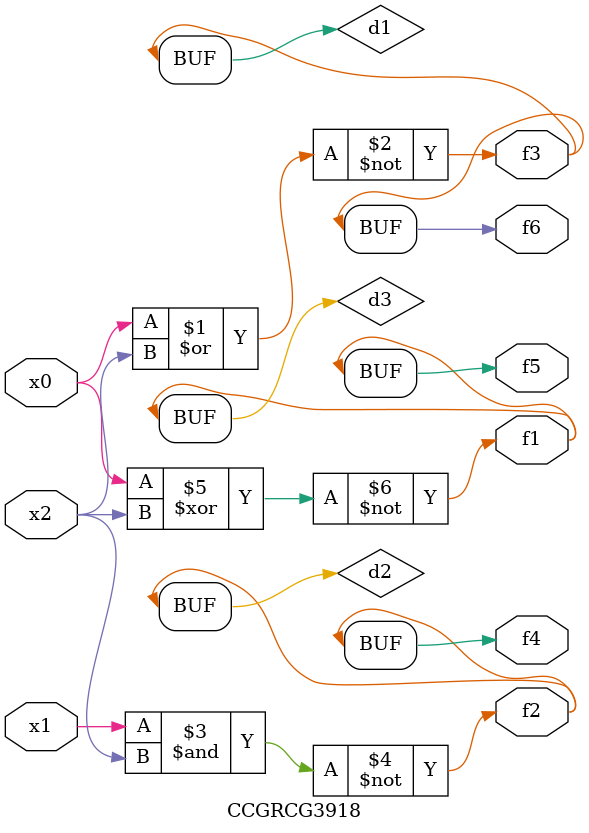
<source format=v>
module CCGRCG3918(
	input x0, x1, x2,
	output f1, f2, f3, f4, f5, f6
);

	wire d1, d2, d3;

	nor (d1, x0, x2);
	nand (d2, x1, x2);
	xnor (d3, x0, x2);
	assign f1 = d3;
	assign f2 = d2;
	assign f3 = d1;
	assign f4 = d2;
	assign f5 = d3;
	assign f6 = d1;
endmodule

</source>
